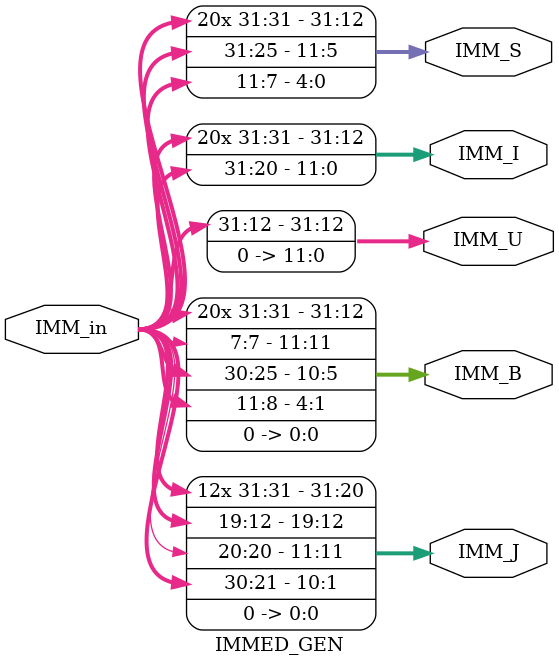
<source format=sv>
`timescale 1ns / 1ps


module IMMED_GEN(
    input logic [31:7] IMM_in, //bits [31:7] of instruction
    output logic [31:0] IMM_J, IMM_B, IMM_U, IMM_I, IMM_S);

assign IMM_J = {{12{IMM_in[31]}}, IMM_in[19:12], IMM_in[20], IMM_in[30:21], 1'b0};
assign IMM_B = {{20{IMM_in[31]}}, IMM_in[7], IMM_in[30:25],IMM_in[11:8], 1'b0};
assign IMM_U = {IMM_in[31:12], {12'd0}};
assign IMM_I = {{21{IMM_in[31]}}, IMM_in[30:20]};
assign IMM_S = {{21{IMM_in[31]}}, IMM_in[30:25], IMM_in[11:7]};
endmodule






</source>
